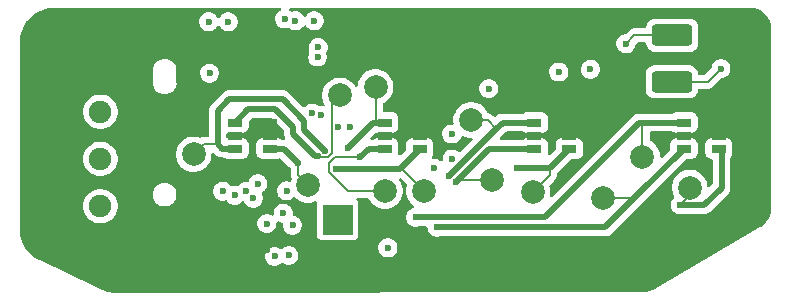
<source format=gbr>
%TF.GenerationSoftware,KiCad,Pcbnew,9.0.0*%
%TF.CreationDate,2026-02-06T13:22:11+01:00*%
%TF.ProjectId,Integrated_ACG_separate_v2,496e7465-6772-4617-9465-645f4143475f,rev?*%
%TF.SameCoordinates,Original*%
%TF.FileFunction,Copper,L1,Top*%
%TF.FilePolarity,Positive*%
%FSLAX46Y46*%
G04 Gerber Fmt 4.6, Leading zero omitted, Abs format (unit mm)*
G04 Created by KiCad (PCBNEW 9.0.0) date 2026-02-06 13:22:11*
%MOMM*%
%LPD*%
G01*
G04 APERTURE LIST*
G04 Aperture macros list*
%AMRoundRect*
0 Rectangle with rounded corners*
0 $1 Rounding radius*
0 $2 $3 $4 $5 $6 $7 $8 $9 X,Y pos of 4 corners*
0 Add a 4 corners polygon primitive as box body*
4,1,4,$2,$3,$4,$5,$6,$7,$8,$9,$2,$3,0*
0 Add four circle primitives for the rounded corners*
1,1,$1+$1,$2,$3*
1,1,$1+$1,$4,$5*
1,1,$1+$1,$6,$7*
1,1,$1+$1,$8,$9*
0 Add four rect primitives between the rounded corners*
20,1,$1+$1,$2,$3,$4,$5,0*
20,1,$1+$1,$4,$5,$6,$7,0*
20,1,$1+$1,$6,$7,$8,$9,0*
20,1,$1+$1,$8,$9,$2,$3,0*%
G04 Aperture macros list end*
%TA.AperFunction,HeatsinkPad*%
%ADD10C,0.500000*%
%TD*%
%TA.AperFunction,HeatsinkPad*%
%ADD11R,2.500000X2.500000*%
%TD*%
%TA.AperFunction,SMDPad,CuDef*%
%ADD12RoundRect,0.250000X-1.450000X-0.650000X1.450000X-0.650000X1.450000X0.650000X-1.450000X0.650000X0*%
%TD*%
%TA.AperFunction,SMDPad,CuDef*%
%ADD13C,2.000000*%
%TD*%
%TA.AperFunction,SMDPad,CuDef*%
%ADD14R,1.295400X0.711200*%
%TD*%
%TA.AperFunction,ComponentPad*%
%ADD15C,1.905000*%
%TD*%
%TA.AperFunction,ViaPad*%
%ADD16C,0.600000*%
%TD*%
%TA.AperFunction,Conductor*%
%ADD17C,0.200000*%
%TD*%
%TA.AperFunction,Conductor*%
%ADD18C,0.500000*%
%TD*%
G04 APERTURE END LIST*
D10*
%TO.P,U1,33,PowerPAD*%
%TO.N,GND*%
X226600000Y-150812500D03*
X227600000Y-150812500D03*
X228600000Y-150812500D03*
X226600000Y-149812500D03*
D11*
X227600000Y-149812500D03*
D10*
X227600000Y-149812500D03*
X228600000Y-149812500D03*
X226600000Y-148812500D03*
X227600000Y-148812500D03*
X228600000Y-148812500D03*
%TD*%
D12*
%TO.P,BTN,1*%
%TO.N,Net-(IC1-(PTCXY{slash}AIN1)_PD7)*%
X255930000Y-134210000D03*
%TD*%
D13*
%TO.P,TP8,1,1*%
%TO.N,/LED_Driver/B2*%
X240700000Y-146500000D03*
%TD*%
%TO.P,TP9,1,1*%
%TO.N,/LED_Driver/R2*%
X244100000Y-147500000D03*
%TD*%
%TO.P,TP7,1,1*%
%TO.N,/LED_Driver/G2*%
X238900000Y-141400000D03*
%TD*%
%TO.P,TP3,1,1*%
%TO.N,/LED_Driver/R0*%
X225100000Y-146900000D03*
%TD*%
D12*
%TO.P,GND,1*%
%TO.N,GND*%
X255890000Y-138150000D03*
%TD*%
D13*
%TO.P,TP4,1,1*%
%TO.N,/LED_Driver/G1*%
X230800000Y-138600000D03*
%TD*%
%TO.P,TP6,1,1*%
%TO.N,/LED_Driver/R1*%
X234900000Y-147400000D03*
%TD*%
%TO.P,TP5,1,1*%
%TO.N,/LED_Driver/B1*%
X231600000Y-147400000D03*
%TD*%
%TO.P,TP12,1,1*%
%TO.N,/LED_Driver/R3*%
X257400000Y-147100000D03*
%TD*%
%TO.P,TP11,1,1*%
%TO.N,/LED_Driver/B3*%
X250100000Y-148000000D03*
%TD*%
%TO.P,TP10,1,1*%
%TO.N,/LED_Driver/G3*%
X253400000Y-144500000D03*
%TD*%
%TO.P,TP1,1,1*%
%TO.N,/LED_Driver/G0*%
X227800000Y-139300000D03*
%TD*%
%TO.P,TP2,1,1*%
%TO.N,/LED_Driver/B0*%
X215400000Y-144300000D03*
%TD*%
D14*
%TO.P,L4,1,C1*%
%TO.N,/LED_Driver/G3*%
X256914999Y-141600000D03*
%TO.P,L4,2,A3*%
%TO.N,+12V*%
X256914999Y-142700000D03*
%TO.P,L4,3,C3*%
%TO.N,/LED_Driver/B3*%
X256914999Y-143800000D03*
%TO.P,L4,4,C2*%
%TO.N,/LED_Driver/R3*%
X259865001Y-143800000D03*
%TO.P,L4,5,A2*%
%TO.N,+12V*%
X259865001Y-142700000D03*
%TO.P,L4,6,A1*%
X259865001Y-141600000D03*
%TD*%
%TO.P,L3,1,C1*%
%TO.N,/LED_Driver/G2*%
X244254999Y-141600000D03*
%TO.P,L3,2,A3*%
%TO.N,+12V*%
X244254999Y-142700000D03*
%TO.P,L3,3,C3*%
%TO.N,/LED_Driver/B2*%
X244254999Y-143800000D03*
%TO.P,L3,4,C2*%
%TO.N,/LED_Driver/R2*%
X247205001Y-143800000D03*
%TO.P,L3,5,A2*%
%TO.N,+12V*%
X247205001Y-142700000D03*
%TO.P,L3,6,A1*%
X247205001Y-141600000D03*
%TD*%
%TO.P,L2,1,C1*%
%TO.N,/LED_Driver/G1*%
X231584999Y-141600000D03*
%TO.P,L2,2,A3*%
%TO.N,+12V*%
X231584999Y-142700000D03*
%TO.P,L2,3,C3*%
%TO.N,/LED_Driver/B1*%
X231584999Y-143800000D03*
%TO.P,L2,4,C2*%
%TO.N,/LED_Driver/R1*%
X234535001Y-143800000D03*
%TO.P,L2,5,A2*%
%TO.N,+12V*%
X234535001Y-142700000D03*
%TO.P,L2,6,A1*%
X234535001Y-141600000D03*
%TD*%
%TO.P,L1,1,C1*%
%TO.N,/LED_Driver/G0*%
X218899998Y-141600000D03*
%TO.P,L1,2,A3*%
%TO.N,+12V*%
X218899998Y-142700000D03*
%TO.P,L1,3,C3*%
%TO.N,/LED_Driver/B0*%
X218899998Y-143800000D03*
%TO.P,L1,4,C2*%
%TO.N,/LED_Driver/R0*%
X221850000Y-143800000D03*
%TO.P,L1,5,A2*%
%TO.N,+12V*%
X221850000Y-142700000D03*
%TO.P,L1,6,A1*%
X221850000Y-141600000D03*
%TD*%
D15*
%TO.P,J1,1,Pin_1*%
%TO.N,GND*%
X207510005Y-148679893D03*
%TO.P,J1,2,Pin_2*%
%TO.N,/uController/LIN*%
X207510005Y-144679893D03*
%TO.P,J1,3,Pin_3*%
%TO.N,unconnected-(J1-Pin_3-Pad3)*%
X207510005Y-140679893D03*
%TO.P,J1,4,Pin_4*%
%TO.N,+12V*%
X207510005Y-136679893D03*
%TD*%
D16*
%TO.N,+12V*%
X217575000Y-154250000D03*
%TO.N,+5V*%
X231850000Y-152210000D03*
X216675000Y-133080000D03*
X216750000Y-137410000D03*
X220440000Y-148000000D03*
X223770000Y-150290000D03*
X225898909Y-136048909D03*
X246310000Y-137320000D03*
%TO.N,GND*%
X223460000Y-152845000D03*
X260050000Y-137030000D03*
%TO.N,/uController/RST*%
X218325000Y-133080000D03*
X249000000Y-137090000D03*
%TO.N,/uController/MOSI*%
X227660000Y-141980000D03*
X223270000Y-147380000D03*
X237260000Y-142570000D03*
%TO.N,/LED_Driver/LAT*%
X221600000Y-150150000D03*
X226180000Y-140980000D03*
%TO.N,/uController/RSTN*%
X219820000Y-147430000D03*
X225610000Y-132980000D03*
%TO.N,/uController/TX*%
X218890000Y-147760000D03*
X224020000Y-132990000D03*
%TO.N,/LED_Driver/BLANK*%
X222980000Y-149270000D03*
X225453686Y-140793000D03*
%TO.N,/uController/SCK*%
X240400000Y-138730000D03*
X220840000Y-146780000D03*
%TO.N,/uController/EN*%
X222259000Y-152931000D03*
X225940000Y-135230000D03*
%TO.N,/uController/MISO*%
X228620000Y-142000000D03*
X237280000Y-144690000D03*
%TO.N,/uController/RX*%
X217870000Y-147410000D03*
X223110000Y-132830000D03*
%TO.N,+12V*%
X221600000Y-152380000D03*
%TO.N,/LED_Driver/R0*%
X224250000Y-145040000D03*
%TO.N,/LED_Driver/B0*%
X226527528Y-143979254D03*
%TO.N,/LED_Driver/G0*%
X225900000Y-144390000D03*
%TO.N,/LED_Driver/R1*%
X227450000Y-145570000D03*
%TO.N,/LED_Driver/G1*%
X228440000Y-143740000D03*
%TO.N,/LED_Driver/B1*%
X229520000Y-144510000D03*
%TO.N,/LED_Driver/B2*%
X237570768Y-146650000D03*
%TO.N,/LED_Driver/G2*%
X237050000Y-146100000D03*
%TO.N,/LED_Driver/R2*%
X242777329Y-145450000D03*
X235750000Y-145470000D03*
%TO.N,/LED_Driver/R3*%
X256600000Y-148562500D03*
%TO.N,/LED_Driver/G3*%
X234210000Y-149620000D03*
%TO.N,/LED_Driver/B3*%
X236020000Y-150470000D03*
%TO.N,Net-(IC1-(PTCXY{slash}AIN1)_PD7)*%
X252000000Y-134926648D03*
%TD*%
D17*
%TO.N,GND*%
X255890000Y-138150000D02*
X258930000Y-138150000D01*
X258930000Y-138150000D02*
X260050000Y-137030000D01*
%TO.N,/LED_Driver/R0*%
X225100000Y-146900000D02*
X224250000Y-146050000D01*
D18*
X223010000Y-143800000D02*
X224250000Y-145040000D01*
D17*
X224250000Y-146050000D02*
X224250000Y-145040000D01*
D18*
X221850000Y-143800000D02*
X223010000Y-143800000D01*
D17*
%TO.N,/LED_Driver/B0*%
X216280000Y-143420000D02*
X217420000Y-143420000D01*
D18*
X222930000Y-139610000D02*
X218430000Y-139610000D01*
X224752654Y-141432654D02*
X222930000Y-139610000D01*
X226527528Y-143979254D02*
X224752654Y-142204380D01*
X218430000Y-139610000D02*
X217420000Y-140620000D01*
X217420000Y-143420000D02*
X217800000Y-143800000D01*
X217800000Y-143800000D02*
X218899998Y-143800000D01*
D17*
X215400000Y-144300000D02*
X216280000Y-143420000D01*
D18*
X224752654Y-142204380D02*
X224752654Y-141432654D01*
X217420000Y-140620000D02*
X217420000Y-143420000D01*
%TO.N,/LED_Driver/G0*%
X222310000Y-140460000D02*
X220039998Y-140460000D01*
X220039998Y-140460000D02*
X218899998Y-141600000D01*
X223840000Y-141990000D02*
X222310000Y-140460000D01*
X225900000Y-144390000D02*
X225700000Y-144390000D01*
D17*
X226755760Y-144530254D02*
X227109000Y-144177014D01*
X227109000Y-144177014D02*
X227109000Y-139991000D01*
X225900000Y-144390000D02*
X226040254Y-144530254D01*
D18*
X225700000Y-144390000D02*
X223840000Y-142530000D01*
D17*
X226040254Y-144530254D02*
X226755760Y-144530254D01*
D18*
X223840000Y-142530000D02*
X223840000Y-141990000D01*
D17*
X227109000Y-139991000D02*
X227800000Y-139300000D01*
D18*
%TO.N,/LED_Driver/R1*%
X234535001Y-143800000D02*
X232917501Y-145417501D01*
X232917501Y-145417501D02*
X232765001Y-145570000D01*
D17*
X234900000Y-147400000D02*
X232917501Y-145417501D01*
D18*
X232765001Y-145570000D02*
X227450000Y-145570000D01*
D17*
%TO.N,/LED_Driver/G1*%
X230800000Y-141380000D02*
X230580000Y-141600000D01*
D18*
X231584999Y-141600000D02*
X230580000Y-141600000D01*
D17*
X230800000Y-138600000D02*
X230800000Y-141380000D01*
D18*
X230580000Y-141600000D02*
X228440000Y-143740000D01*
D17*
%TO.N,/LED_Driver/B1*%
X231600000Y-147400000D02*
X228459000Y-147400000D01*
X226829381Y-145770381D02*
X226829381Y-145027851D01*
X227347232Y-144510000D02*
X229520000Y-144510000D01*
X228459000Y-147400000D02*
X226829381Y-145770381D01*
D18*
X231584999Y-143800000D02*
X230230000Y-143800000D01*
X230230000Y-143800000D02*
X229520000Y-144510000D01*
D17*
X226829381Y-145027851D02*
X227347232Y-144510000D01*
D18*
%TO.N,/LED_Driver/B2*%
X240420768Y-143800000D02*
X244254999Y-143800000D01*
D17*
X237720768Y-146500000D02*
X237570768Y-146650000D01*
X240700000Y-146500000D02*
X237720768Y-146500000D01*
D18*
X237570768Y-146650000D02*
X240420768Y-143800000D01*
%TO.N,/LED_Driver/G2*%
X241025000Y-142125000D02*
X237050000Y-146100000D01*
D17*
X238900000Y-141400000D02*
X240300000Y-141400000D01*
X240300000Y-141400000D02*
X241025000Y-142125000D01*
D18*
X241550000Y-141600000D02*
X241025000Y-142125000D01*
X244254999Y-141600000D02*
X241550000Y-141600000D01*
D17*
%TO.N,/LED_Driver/R2*%
X244100000Y-147500000D02*
X245555001Y-146044999D01*
D18*
X242777329Y-145450000D02*
X245555001Y-145450000D01*
D17*
X245555001Y-146044999D02*
X245555001Y-145450000D01*
D18*
X245555001Y-145450000D02*
X247205001Y-143800000D01*
%TO.N,/LED_Driver/R3*%
X260100000Y-144034999D02*
X259865001Y-143800000D01*
X260100000Y-147110000D02*
X260100000Y-144034999D01*
X256600000Y-148562500D02*
X258647500Y-148562500D01*
D17*
X257400000Y-147762500D02*
X257400000Y-147100000D01*
D18*
X258647500Y-148562500D02*
X260100000Y-147110000D01*
D17*
X256600000Y-148562500D02*
X257400000Y-147762500D01*
D18*
%TO.N,/LED_Driver/G3*%
X253140000Y-141600000D02*
X256914999Y-141600000D01*
D17*
X253400000Y-144500000D02*
X253400000Y-141860000D01*
X253400000Y-141860000D02*
X253140000Y-141600000D01*
D18*
X245120000Y-149620000D02*
X253140000Y-141600000D01*
X234210000Y-149620000D02*
X245120000Y-149620000D01*
D17*
%TO.N,/LED_Driver/B3*%
X250100000Y-148000000D02*
X252715000Y-148000000D01*
X252715000Y-148000000D02*
X252957500Y-147757500D01*
D18*
X250244999Y-150470000D02*
X252957500Y-147757500D01*
X252957500Y-147757500D02*
X256914999Y-143800000D01*
X236020000Y-150470000D02*
X250244999Y-150470000D01*
D17*
%TO.N,Net-(IC1-(PTCXY{slash}AIN1)_PD7)*%
X252716648Y-134210000D02*
X252000000Y-134926648D01*
X255930000Y-134210000D02*
X252716648Y-134210000D01*
%TD*%
%TA.AperFunction,Conductor*%
%TO.N,+12V*%
G36*
X262516064Y-131880944D02*
G01*
X262848923Y-131913727D01*
X262872748Y-131918466D01*
X263186963Y-132013780D01*
X263209418Y-132023081D01*
X263498998Y-132177862D01*
X263519198Y-132191359D01*
X263699643Y-132339443D01*
X263773019Y-132399660D01*
X263790207Y-132416848D01*
X263998509Y-132670656D01*
X264012013Y-132690866D01*
X264024923Y-132715018D01*
X264166797Y-132980435D01*
X264176100Y-133002892D01*
X264271421Y-133317096D01*
X264276164Y-133340937D01*
X264308903Y-133673254D01*
X264309500Y-133685411D01*
X264309500Y-148886828D01*
X264309028Y-148897639D01*
X264283099Y-149193918D01*
X264279345Y-149215203D01*
X264203770Y-149497227D01*
X264196377Y-149517538D01*
X264072976Y-149782155D01*
X264062168Y-149800874D01*
X263894690Y-150040044D01*
X263880796Y-150056601D01*
X263674337Y-150263051D01*
X263657779Y-150276944D01*
X263413751Y-150447806D01*
X263404636Y-150453614D01*
X263395343Y-150458980D01*
X263395334Y-150458985D01*
X263363205Y-150477532D01*
X263363206Y-150477533D01*
X254255778Y-155735568D01*
X254246180Y-155740564D01*
X253976639Y-155866242D01*
X253956330Y-155873633D01*
X253674305Y-155949198D01*
X253653022Y-155952951D01*
X253356671Y-155978883D01*
X253345920Y-155979355D01*
X253345725Y-155979355D01*
X253297627Y-155979356D01*
X253297588Y-155979377D01*
X253281562Y-155979385D01*
X253281561Y-155979384D01*
X253281559Y-155979385D01*
X208707952Y-155999150D01*
X208683857Y-155996620D01*
X208637839Y-155999016D01*
X208631449Y-155999184D01*
X208624948Y-155999187D01*
X208620187Y-155999098D01*
X208384861Y-155990164D01*
X208362756Y-155987320D01*
X208134676Y-155936815D01*
X208113438Y-155930061D01*
X207896888Y-155839042D01*
X207892537Y-155837114D01*
X207886096Y-155834111D01*
X207880367Y-155831258D01*
X207839668Y-155809659D01*
X207816778Y-155801788D01*
X207674769Y-155735568D01*
X207000767Y-155421274D01*
X202365615Y-153259859D01*
X202365615Y-153259860D01*
X202365611Y-153259858D01*
X202352722Y-153253848D01*
X202352718Y-153253846D01*
X202320895Y-153239006D01*
X202313080Y-153235019D01*
X201977879Y-153048744D01*
X201963175Y-153039150D01*
X201959534Y-153036388D01*
X201714597Y-152850560D01*
X201681714Y-152825612D01*
X221458500Y-152825612D01*
X221458500Y-153036388D01*
X221490010Y-153153984D01*
X221513054Y-153239984D01*
X221524530Y-153259860D01*
X221618441Y-153422518D01*
X221767482Y-153571559D01*
X221895551Y-153645500D01*
X221950015Y-153676945D01*
X221950016Y-153676945D01*
X221950019Y-153676947D01*
X222153612Y-153731500D01*
X222153615Y-153731500D01*
X222364385Y-153731500D01*
X222364388Y-153731500D01*
X222567981Y-153676947D01*
X222750518Y-153571559D01*
X222817540Y-153504537D01*
X222905221Y-153468218D01*
X222967221Y-153484831D01*
X223151015Y-153590945D01*
X223151016Y-153590945D01*
X223151019Y-153590947D01*
X223354612Y-153645500D01*
X223354615Y-153645500D01*
X223565385Y-153645500D01*
X223565388Y-153645500D01*
X223768981Y-153590947D01*
X223951518Y-153485559D01*
X224100559Y-153336518D01*
X224205947Y-153153981D01*
X224260500Y-152950388D01*
X224260500Y-152739612D01*
X224205947Y-152536019D01*
X224100559Y-152353482D01*
X223951518Y-152204441D01*
X223823449Y-152130500D01*
X223778611Y-152104612D01*
X231049500Y-152104612D01*
X231049500Y-152315388D01*
X231082752Y-152439485D01*
X231104054Y-152518984D01*
X231163540Y-152622015D01*
X231209441Y-152701518D01*
X231358482Y-152850559D01*
X231472300Y-152916272D01*
X231541015Y-152955945D01*
X231541016Y-152955945D01*
X231541019Y-152955947D01*
X231744612Y-153010500D01*
X231744615Y-153010500D01*
X231955385Y-153010500D01*
X231955388Y-153010500D01*
X232158981Y-152955947D01*
X232341518Y-152850559D01*
X232490559Y-152701518D01*
X232595947Y-152518981D01*
X232650500Y-152315388D01*
X232650500Y-152104612D01*
X232595947Y-151901019D01*
X232490559Y-151718482D01*
X232341518Y-151569441D01*
X232280063Y-151533960D01*
X232158984Y-151464054D01*
X232158985Y-151464054D01*
X232142289Y-151459580D01*
X231955388Y-151409500D01*
X231744612Y-151409500D01*
X231557710Y-151459580D01*
X231541015Y-151464054D01*
X231358485Y-151569439D01*
X231358479Y-151569443D01*
X231209443Y-151718479D01*
X231209439Y-151718485D01*
X231104054Y-151901015D01*
X231104053Y-151901019D01*
X231049500Y-152104612D01*
X223778611Y-152104612D01*
X223768984Y-152099054D01*
X223768985Y-152099054D01*
X223752289Y-152094580D01*
X223565388Y-152044500D01*
X223354612Y-152044500D01*
X223167710Y-152094580D01*
X223151015Y-152099054D01*
X222968485Y-152204439D01*
X222968478Y-152204444D01*
X222901458Y-152271463D01*
X222813776Y-152307781D01*
X222751778Y-152291168D01*
X222567984Y-152185054D01*
X222567985Y-152185054D01*
X222551289Y-152180580D01*
X222364388Y-152130500D01*
X222153612Y-152130500D01*
X221966710Y-152180580D01*
X221950015Y-152185054D01*
X221767485Y-152290439D01*
X221767479Y-152290443D01*
X221618443Y-152439479D01*
X221618439Y-152439485D01*
X221513054Y-152622015D01*
X221513053Y-152622019D01*
X221458500Y-152825612D01*
X201681714Y-152825612D01*
X201661191Y-152810042D01*
X201647981Y-152798458D01*
X201507389Y-152656327D01*
X201381407Y-152528966D01*
X201369969Y-152515632D01*
X201144158Y-152211166D01*
X201134721Y-152196354D01*
X200954205Y-151863023D01*
X200946966Y-151847046D01*
X200815371Y-151491538D01*
X200810457Y-151474677D01*
X200808163Y-151464054D01*
X200730432Y-151104149D01*
X200727952Y-151086781D01*
X200700810Y-150704583D01*
X200700500Y-150695940D01*
X200700501Y-150646156D01*
X200700464Y-150646091D01*
X200700453Y-150629878D01*
X200700461Y-150629857D01*
X200700453Y-150629792D01*
X200700453Y-148536780D01*
X206057005Y-148536780D01*
X206057005Y-148823005D01*
X206112841Y-149103709D01*
X206112843Y-149103717D01*
X206222371Y-149368143D01*
X206222376Y-149368152D01*
X206381386Y-149606125D01*
X206381389Y-149606129D01*
X206583768Y-149808508D01*
X206583772Y-149808511D01*
X206821745Y-149967521D01*
X206821751Y-149967524D01*
X206821752Y-149967525D01*
X207086181Y-150077055D01*
X207347693Y-150129073D01*
X207366892Y-150132892D01*
X207366895Y-150132893D01*
X207366897Y-150132893D01*
X207653115Y-150132893D01*
X207653116Y-150132892D01*
X207933829Y-150077055D01*
X208012153Y-150044612D01*
X220799500Y-150044612D01*
X220799500Y-150255388D01*
X220852615Y-150453614D01*
X220854053Y-150458980D01*
X220854054Y-150458984D01*
X220921259Y-150575385D01*
X220959441Y-150641518D01*
X221108482Y-150790559D01*
X221236787Y-150864636D01*
X221291015Y-150895945D01*
X221291016Y-150895945D01*
X221291019Y-150895947D01*
X221494612Y-150950500D01*
X221494615Y-150950500D01*
X221705385Y-150950500D01*
X221705388Y-150950500D01*
X221908981Y-150895947D01*
X222091518Y-150790559D01*
X222240559Y-150641518D01*
X222345947Y-150458981D01*
X222400500Y-150255388D01*
X222400500Y-150074537D01*
X222436819Y-149986856D01*
X222524500Y-149950537D01*
X222586500Y-149967150D01*
X222671015Y-150015945D01*
X222671016Y-150015945D01*
X222671019Y-150015947D01*
X222874612Y-150070500D01*
X222874616Y-150070500D01*
X222877594Y-150071298D01*
X222952887Y-150129073D01*
X222969500Y-150191073D01*
X222969500Y-150395388D01*
X223017731Y-150575388D01*
X223024054Y-150598984D01*
X223083335Y-150701660D01*
X223129441Y-150781518D01*
X223278482Y-150930559D01*
X223406787Y-151004636D01*
X223461015Y-151035945D01*
X223461016Y-151035945D01*
X223461019Y-151035947D01*
X223664612Y-151090500D01*
X223664615Y-151090500D01*
X223875385Y-151090500D01*
X223875388Y-151090500D01*
X224078981Y-151035947D01*
X224261518Y-150930559D01*
X224410559Y-150781518D01*
X224515947Y-150598981D01*
X224570500Y-150395388D01*
X224570500Y-150184612D01*
X224515947Y-149981019D01*
X224410559Y-149798482D01*
X224261518Y-149649441D01*
X224186500Y-149606129D01*
X224078984Y-149544054D01*
X224078985Y-149544054D01*
X223872406Y-149488701D01*
X223797113Y-149430926D01*
X223780500Y-149368926D01*
X223780500Y-149164614D01*
X223780500Y-149164612D01*
X223725947Y-148961019D01*
X223723345Y-148956513D01*
X223683113Y-148886828D01*
X223620559Y-148778482D01*
X223471518Y-148629441D01*
X223417286Y-148598130D01*
X223288984Y-148524054D01*
X223288985Y-148524054D01*
X223272289Y-148519580D01*
X223085388Y-148469500D01*
X222874612Y-148469500D01*
X222687710Y-148519580D01*
X222671015Y-148524054D01*
X222488485Y-148629439D01*
X222488479Y-148629443D01*
X222339443Y-148778479D01*
X222339439Y-148778485D01*
X222234054Y-148961015D01*
X222234053Y-148961019D01*
X222179500Y-149164612D01*
X222179500Y-149164614D01*
X222179500Y-149345462D01*
X222143181Y-149433143D01*
X222055500Y-149469462D01*
X221993500Y-149452849D01*
X221908984Y-149404054D01*
X221908985Y-149404054D01*
X221892289Y-149399580D01*
X221705388Y-149349500D01*
X221494612Y-149349500D01*
X221307710Y-149399580D01*
X221291015Y-149404054D01*
X221108485Y-149509439D01*
X221108479Y-149509443D01*
X220959443Y-149658479D01*
X220959439Y-149658485D01*
X220854054Y-149841015D01*
X220854053Y-149841019D01*
X220799500Y-150044612D01*
X208012153Y-150044612D01*
X208198258Y-149967525D01*
X208198819Y-149967150D01*
X208249356Y-149933383D01*
X208349656Y-149866363D01*
X208436238Y-149808511D01*
X208638623Y-149606126D01*
X208797637Y-149368146D01*
X208907167Y-149103717D01*
X208963005Y-148823001D01*
X208963005Y-148536785D01*
X208963005Y-148536782D01*
X208963004Y-148536780D01*
X208956871Y-148505947D01*
X208907167Y-148256069D01*
X208797637Y-147991640D01*
X208797636Y-147991639D01*
X208797633Y-147991633D01*
X208638623Y-147753660D01*
X208638620Y-147753656D01*
X208453246Y-147568282D01*
X211946768Y-147568282D01*
X211946768Y-147621750D01*
X211946768Y-147831718D01*
X211997367Y-148020556D01*
X212014951Y-148086179D01*
X212014952Y-148086180D01*
X212146666Y-148314317D01*
X212146668Y-148314320D01*
X212146669Y-148314321D01*
X212332947Y-148500599D01*
X212332948Y-148500600D01*
X212332950Y-148500601D01*
X212395618Y-148536782D01*
X212561090Y-148632317D01*
X212815550Y-148700500D01*
X212815553Y-148700500D01*
X213078983Y-148700500D01*
X213078986Y-148700500D01*
X213333446Y-148632317D01*
X213561589Y-148500599D01*
X213747867Y-148314321D01*
X213879585Y-148086178D01*
X213947768Y-147831718D01*
X213947768Y-147568282D01*
X213879585Y-147313822D01*
X213874268Y-147304612D01*
X217069500Y-147304612D01*
X217069500Y-147515388D01*
X217116559Y-147691013D01*
X217124054Y-147718984D01*
X217189140Y-147831715D01*
X217229441Y-147901518D01*
X217378482Y-148050559D01*
X217482729Y-148110746D01*
X217561015Y-148155945D01*
X217561016Y-148155945D01*
X217561019Y-148155947D01*
X217764612Y-148210500D01*
X217764615Y-148210500D01*
X217975384Y-148210500D01*
X217975388Y-148210500D01*
X218100311Y-148177026D01*
X218194401Y-148189413D01*
X218239788Y-148234799D01*
X218249441Y-148251518D01*
X218398482Y-148400559D01*
X218496438Y-148457114D01*
X218581015Y-148505945D01*
X218581016Y-148505945D01*
X218581019Y-148505947D01*
X218784612Y-148560500D01*
X218784615Y-148560500D01*
X218995385Y-148560500D01*
X218995388Y-148560500D01*
X219198981Y-148505947D01*
X219381518Y-148400559D01*
X219498910Y-148283166D01*
X219586588Y-148246849D01*
X219674270Y-148283167D01*
X219693976Y-148308849D01*
X219799438Y-148491514D01*
X219799440Y-148491516D01*
X219799441Y-148491518D01*
X219948482Y-148640559D01*
X220070049Y-148710746D01*
X220131015Y-148745945D01*
X220131016Y-148745945D01*
X220131019Y-148745947D01*
X220334612Y-148800500D01*
X220334615Y-148800500D01*
X220545385Y-148800500D01*
X220545388Y-148800500D01*
X220748981Y-148745947D01*
X220931518Y-148640559D01*
X221080559Y-148491518D01*
X221185947Y-148308981D01*
X221240500Y-148105388D01*
X221240500Y-147894612D01*
X221185947Y-147691019D01*
X221185945Y-147691016D01*
X221185945Y-147691014D01*
X221185944Y-147691013D01*
X221167228Y-147658596D01*
X221154839Y-147564503D01*
X221212613Y-147489209D01*
X221212613Y-147489208D01*
X221331518Y-147420559D01*
X221480559Y-147271518D01*
X221585947Y-147088981D01*
X221640500Y-146885388D01*
X221640500Y-146674612D01*
X221585947Y-146471019D01*
X221584569Y-146468633D01*
X221530242Y-146374535D01*
X221480559Y-146288482D01*
X221331518Y-146139441D01*
X221246852Y-146090559D01*
X221148984Y-146034054D01*
X221148985Y-146034054D01*
X221132289Y-146029580D01*
X220945388Y-145979500D01*
X220734612Y-145979500D01*
X220547710Y-146029580D01*
X220531015Y-146034054D01*
X220348485Y-146139439D01*
X220348479Y-146139443D01*
X220199443Y-146288479D01*
X220199439Y-146288485D01*
X220094054Y-146471015D01*
X220094051Y-146471022D01*
X220075226Y-146541276D01*
X220017450Y-146616569D01*
X219933836Y-146627581D01*
X219933444Y-146630561D01*
X219925389Y-146629500D01*
X219925388Y-146629500D01*
X219714612Y-146629500D01*
X219546253Y-146674612D01*
X219511015Y-146684054D01*
X219328485Y-146789439D01*
X219328483Y-146789440D01*
X219174592Y-146943331D01*
X219086911Y-146979649D01*
X219054818Y-146975424D01*
X219005912Y-146962320D01*
X218995388Y-146959500D01*
X218784612Y-146959500D01*
X218659690Y-146992972D01*
X218565596Y-146980584D01*
X218520210Y-146935198D01*
X218510559Y-146918482D01*
X218361520Y-146769443D01*
X218361518Y-146769441D01*
X218280995Y-146722951D01*
X218178984Y-146664054D01*
X218178985Y-146664054D01*
X218152103Y-146656851D01*
X217975388Y-146609500D01*
X217764612Y-146609500D01*
X217587897Y-146656851D01*
X217561015Y-146664054D01*
X217378485Y-146769439D01*
X217378479Y-146769443D01*
X217229443Y-146918479D01*
X217229439Y-146918485D01*
X217124054Y-147101015D01*
X217124053Y-147101019D01*
X217069500Y-147304612D01*
X213874268Y-147304612D01*
X213749775Y-147088984D01*
X213747869Y-147085682D01*
X213747865Y-147085677D01*
X213561590Y-146899402D01*
X213561585Y-146899398D01*
X213333448Y-146767684D01*
X213333447Y-146767683D01*
X213259130Y-146747770D01*
X213078986Y-146699500D01*
X212815550Y-146699500D01*
X212666497Y-146739439D01*
X212561088Y-146767683D01*
X212561087Y-146767684D01*
X212332950Y-146899398D01*
X212332945Y-146899402D01*
X212146670Y-147085677D01*
X212146666Y-147085682D01*
X212014952Y-147313819D01*
X212014951Y-147313820D01*
X211993933Y-147392261D01*
X211946768Y-147568282D01*
X208453246Y-147568282D01*
X208436241Y-147551277D01*
X208436237Y-147551274D01*
X208198264Y-147392264D01*
X208198255Y-147392259D01*
X207933829Y-147282731D01*
X207933821Y-147282729D01*
X207653116Y-147226893D01*
X207653113Y-147226893D01*
X207366897Y-147226893D01*
X207366894Y-147226893D01*
X207086188Y-147282729D01*
X207086180Y-147282731D01*
X206821754Y-147392259D01*
X206821745Y-147392264D01*
X206583772Y-147551274D01*
X206583768Y-147551277D01*
X206381389Y-147753656D01*
X206381386Y-147753660D01*
X206222376Y-147991633D01*
X206222371Y-147991642D01*
X206112843Y-148256068D01*
X206112841Y-148256076D01*
X206057005Y-148536780D01*
X200700453Y-148536780D01*
X200700453Y-144536780D01*
X206057005Y-144536780D01*
X206057005Y-144823005D01*
X206112841Y-145103709D01*
X206112843Y-145103717D01*
X206222371Y-145368143D01*
X206222376Y-145368152D01*
X206381386Y-145606125D01*
X206381389Y-145606129D01*
X206583768Y-145808508D01*
X206583772Y-145808511D01*
X206821745Y-145967521D01*
X206821754Y-145967526D01*
X206838207Y-145974341D01*
X207086181Y-146077055D01*
X207324703Y-146124500D01*
X207366892Y-146132892D01*
X207366895Y-146132893D01*
X207366897Y-146132893D01*
X207653115Y-146132893D01*
X207653116Y-146132892D01*
X207933829Y-146077055D01*
X208198258Y-145967525D01*
X208436238Y-145808511D01*
X208638623Y-145606126D01*
X208797637Y-145368146D01*
X208907167Y-145103717D01*
X208963005Y-144823001D01*
X208963005Y-144536785D01*
X208963005Y-144536782D01*
X208963004Y-144536780D01*
X208926290Y-144352209D01*
X208907167Y-144256069D01*
X208864147Y-144152209D01*
X213899500Y-144152209D01*
X213899500Y-144447790D01*
X213957162Y-144737672D01*
X213957165Y-144737684D01*
X214070270Y-145010746D01*
X214070277Y-145010759D01*
X214234485Y-145256512D01*
X214234488Y-145256516D01*
X214443483Y-145465511D01*
X214443487Y-145465514D01*
X214689240Y-145629722D01*
X214689253Y-145629729D01*
X214942161Y-145734486D01*
X214962320Y-145742836D01*
X215144032Y-145778981D01*
X215252209Y-145800499D01*
X215252212Y-145800500D01*
X215252214Y-145800500D01*
X215547788Y-145800500D01*
X215547789Y-145800499D01*
X215837680Y-145742836D01*
X216110753Y-145629726D01*
X216356513Y-145465514D01*
X216565514Y-145256513D01*
X216729726Y-145010753D01*
X216751379Y-144958479D01*
X216804827Y-144829443D01*
X216842836Y-144737680D01*
X216900500Y-144447786D01*
X216900500Y-144261229D01*
X216936819Y-144173548D01*
X217024500Y-144137229D01*
X217112181Y-144173548D01*
X217339182Y-144400549D01*
X217510317Y-144499355D01*
X217701195Y-144550500D01*
X217904818Y-144550500D01*
X217973708Y-144571398D01*
X218055828Y-144626268D01*
X218057013Y-144627060D01*
X218057016Y-144627060D01*
X218057017Y-144627061D01*
X218130009Y-144641580D01*
X218203005Y-144656100D01*
X219596990Y-144656099D01*
X219742983Y-144627060D01*
X219742984Y-144627059D01*
X219742985Y-144627059D01*
X219800635Y-144588538D01*
X219908538Y-144516440D01*
X220019158Y-144350885D01*
X220048198Y-144204893D01*
X220048197Y-143395108D01*
X220019158Y-143249115D01*
X220019157Y-143249114D01*
X220019157Y-143249112D01*
X219942567Y-143134488D01*
X219908538Y-143083560D01*
X219742983Y-142972940D01*
X219742981Y-142972939D01*
X219742978Y-142972938D01*
X219596994Y-142943900D01*
X218294500Y-142943900D01*
X218206819Y-142907581D01*
X218170500Y-142819900D01*
X218170500Y-142580099D01*
X218206819Y-142492418D01*
X218294497Y-142456099D01*
X219596990Y-142456099D01*
X219742983Y-142427060D01*
X219742984Y-142427059D01*
X219742985Y-142427059D01*
X219770764Y-142408497D01*
X219908538Y-142316440D01*
X220019158Y-142150885D01*
X220048198Y-142004893D01*
X220048197Y-141564528D01*
X220084516Y-141476848D01*
X220314546Y-141246819D01*
X220402227Y-141210500D01*
X221947771Y-141210500D01*
X222035452Y-141246819D01*
X223053181Y-142264548D01*
X223089500Y-142352229D01*
X223089500Y-142431195D01*
X223089500Y-142628805D01*
X223138820Y-142812873D01*
X223140646Y-142819685D01*
X223140647Y-142819688D01*
X223165942Y-142863499D01*
X223170167Y-142895592D01*
X223182556Y-142925500D01*
X223176143Y-142940980D01*
X223178331Y-142957592D01*
X223158625Y-142983273D01*
X223146237Y-143013181D01*
X223130756Y-143019593D01*
X223120557Y-143032886D01*
X223058556Y-143049500D01*
X222845180Y-143049500D01*
X222776290Y-143028602D01*
X222692987Y-142972941D01*
X222692980Y-142972938D01*
X222546996Y-142943900D01*
X221153010Y-142943900D01*
X221007012Y-142972940D01*
X220841460Y-143083560D01*
X220730840Y-143249115D01*
X220730838Y-143249119D01*
X220701800Y-143395102D01*
X220701800Y-144204889D01*
X220730840Y-144350887D01*
X220764024Y-144400549D01*
X220841460Y-144516440D01*
X221007015Y-144627060D01*
X221007018Y-144627060D01*
X221007019Y-144627061D01*
X221080011Y-144641580D01*
X221153007Y-144656100D01*
X222546992Y-144656099D01*
X222692985Y-144627060D01*
X222692985Y-144627059D01*
X222696965Y-144626268D01*
X222790047Y-144644783D01*
X222808837Y-144660204D01*
X223501304Y-145352671D01*
X223519354Y-145375567D01*
X223520187Y-145376927D01*
X223609441Y-145531518D01*
X223623563Y-145545640D01*
X223631231Y-145558154D01*
X223636530Y-145591629D01*
X223649500Y-145622939D01*
X223649500Y-145963330D01*
X223649499Y-145963348D01*
X223649499Y-146129054D01*
X223649498Y-146129054D01*
X223662158Y-146176301D01*
X223672781Y-146215947D01*
X223690424Y-146281788D01*
X223691528Y-146284454D01*
X223691593Y-146286154D01*
X223692527Y-146289637D01*
X223691736Y-146289848D01*
X223694850Y-146370369D01*
X223693362Y-146374928D01*
X223657164Y-146462320D01*
X223645163Y-146522649D01*
X223642871Y-146529675D01*
X223616446Y-146560536D01*
X223593876Y-146594314D01*
X223586221Y-146595836D01*
X223581145Y-146601765D01*
X223540638Y-146604902D01*
X223500794Y-146612828D01*
X223492904Y-146610988D01*
X223375388Y-146579500D01*
X223164612Y-146579500D01*
X223026270Y-146616569D01*
X222961015Y-146634054D01*
X222778485Y-146739439D01*
X222778479Y-146739443D01*
X222629443Y-146888479D01*
X222629439Y-146888485D01*
X222524054Y-147071015D01*
X222524053Y-147071019D01*
X222469500Y-147274612D01*
X222469500Y-147485388D01*
X222517764Y-147665511D01*
X222524054Y-147688984D01*
X222578952Y-147784069D01*
X222629441Y-147871518D01*
X222778482Y-148020559D01*
X222892137Y-148086178D01*
X222961015Y-148125945D01*
X222961016Y-148125945D01*
X222961019Y-148125947D01*
X223164612Y-148180500D01*
X223164615Y-148180500D01*
X223375385Y-148180500D01*
X223375388Y-148180500D01*
X223578981Y-148125947D01*
X223761518Y-148020559D01*
X223842344Y-147939733D01*
X223930025Y-147903414D01*
X224017706Y-147939733D01*
X224098529Y-148020556D01*
X224143488Y-148065515D01*
X224389240Y-148229722D01*
X224389253Y-148229729D01*
X224621039Y-148325737D01*
X224662320Y-148342836D01*
X224952209Y-148400499D01*
X224952212Y-148400500D01*
X224952214Y-148400500D01*
X225247788Y-148400500D01*
X225247789Y-148400499D01*
X225537680Y-148342836D01*
X225700102Y-148275559D01*
X225795007Y-148275559D01*
X225862115Y-148342667D01*
X225869171Y-148414311D01*
X225849500Y-148513202D01*
X225849500Y-151111789D01*
X225878540Y-151257787D01*
X225952286Y-151368155D01*
X225989160Y-151423340D01*
X226154715Y-151533960D01*
X226154718Y-151533960D01*
X226154719Y-151533961D01*
X226227711Y-151548480D01*
X226300707Y-151563000D01*
X226476526Y-151562999D01*
X226476532Y-151563000D01*
X226501195Y-151563000D01*
X226750166Y-151563000D01*
X226750168Y-151562999D01*
X227501193Y-151562999D01*
X227501195Y-151563000D01*
X227698805Y-151563000D01*
X227698807Y-151562999D01*
X228493583Y-151562999D01*
X228493599Y-151563000D01*
X228501195Y-151563000D01*
X228708795Y-151563000D01*
X228708807Y-151562999D01*
X228899290Y-151562999D01*
X228899292Y-151562999D01*
X229045285Y-151533960D01*
X229045286Y-151533959D01*
X229045287Y-151533959D01*
X229108765Y-151491544D01*
X229210840Y-151423340D01*
X229321460Y-151257785D01*
X229350500Y-151111793D01*
X229350500Y-149819500D01*
X229350500Y-149713695D01*
X229350500Y-149703706D01*
X229350499Y-149703692D01*
X229350499Y-148911308D01*
X229350500Y-148911305D01*
X229350500Y-148713695D01*
X229350499Y-148713691D01*
X229350499Y-148513208D01*
X229321460Y-148367215D01*
X229321459Y-148367214D01*
X229321459Y-148367212D01*
X229205315Y-148193391D01*
X229186800Y-148100309D01*
X229239526Y-148021398D01*
X229308417Y-148000500D01*
X230141752Y-148000500D01*
X230229433Y-148036819D01*
X230256312Y-148077046D01*
X230260095Y-148086178D01*
X230270273Y-148110752D01*
X230270277Y-148110759D01*
X230434485Y-148356512D01*
X230434488Y-148356516D01*
X230643483Y-148565511D01*
X230643487Y-148565514D01*
X230889240Y-148729722D01*
X230889253Y-148729729D01*
X231151922Y-148838529D01*
X231162320Y-148842836D01*
X231383481Y-148886828D01*
X231452209Y-148900499D01*
X231452212Y-148900500D01*
X231452214Y-148900500D01*
X231747788Y-148900500D01*
X231747789Y-148900499D01*
X232037680Y-148842836D01*
X232310753Y-148729726D01*
X232556513Y-148565514D01*
X232765514Y-148356513D01*
X232929726Y-148110753D01*
X233042836Y-147837680D01*
X233100500Y-147547786D01*
X233100500Y-147252214D01*
X233100500Y-147252211D01*
X233100499Y-147252209D01*
X233068031Y-147088984D01*
X233042836Y-146962320D01*
X233032962Y-146938482D01*
X232929729Y-146689253D01*
X232929722Y-146689240D01*
X232806878Y-146505392D01*
X232802835Y-146485069D01*
X232790215Y-146468633D01*
X232793933Y-146440316D01*
X232788363Y-146412310D01*
X232799874Y-146395081D01*
X232802573Y-146374535D01*
X232825224Y-146357142D01*
X232841089Y-146333399D01*
X232877840Y-146316739D01*
X232879369Y-146316329D01*
X232973463Y-146328687D01*
X232999178Y-146348413D01*
X233444245Y-146793480D01*
X233480564Y-146881161D01*
X233471126Y-146928612D01*
X233457164Y-146962320D01*
X233457162Y-146962327D01*
X233399500Y-147252209D01*
X233399500Y-147547790D01*
X233457162Y-147837672D01*
X233457165Y-147837684D01*
X233570270Y-148110746D01*
X233570277Y-148110759D01*
X233734485Y-148356512D01*
X233734488Y-148356516D01*
X233943486Y-148565514D01*
X234033370Y-148625572D01*
X234086096Y-148704483D01*
X234067581Y-148797565D01*
X233996574Y-148848449D01*
X233901014Y-148874054D01*
X233718485Y-148979439D01*
X233718479Y-148979443D01*
X233569443Y-149128479D01*
X233569439Y-149128485D01*
X233464054Y-149311015D01*
X233459040Y-149329726D01*
X233409500Y-149514612D01*
X233409500Y-149725388D01*
X233459117Y-149910559D01*
X233464054Y-149928984D01*
X233494097Y-149981019D01*
X233569441Y-150111518D01*
X233718482Y-150260559D01*
X233846787Y-150334636D01*
X233901015Y-150365945D01*
X233901016Y-150365945D01*
X233901019Y-150365947D01*
X234104612Y-150420500D01*
X234104615Y-150420500D01*
X234315386Y-150420500D01*
X234315388Y-150420500D01*
X234461927Y-150381234D01*
X234486222Y-150374725D01*
X234518315Y-150370500D01*
X235095500Y-150370500D01*
X235183181Y-150406819D01*
X235219500Y-150494500D01*
X235219500Y-150575388D01*
X235256560Y-150713695D01*
X235274054Y-150778984D01*
X235341582Y-150895945D01*
X235379441Y-150961518D01*
X235528482Y-151110559D01*
X235656787Y-151184636D01*
X235711015Y-151215945D01*
X235711016Y-151215945D01*
X235711019Y-151215947D01*
X235914612Y-151270500D01*
X235914615Y-151270500D01*
X236125386Y-151270500D01*
X236125388Y-151270500D01*
X236271927Y-151231234D01*
X236296222Y-151224725D01*
X236328315Y-151220500D01*
X250343802Y-151220500D01*
X250343804Y-151220500D01*
X250534681Y-151169355D01*
X250705817Y-151070549D01*
X253319255Y-148457112D01*
X255799500Y-148457112D01*
X255799500Y-148667888D01*
X255845224Y-148838531D01*
X255854054Y-148871484D01*
X255905748Y-148961019D01*
X255959441Y-149054018D01*
X256108482Y-149203059D01*
X256236787Y-149277136D01*
X256291015Y-149308445D01*
X256291016Y-149308445D01*
X256291019Y-149308447D01*
X256494612Y-149363000D01*
X256494615Y-149363000D01*
X256705386Y-149363000D01*
X256705388Y-149363000D01*
X256851927Y-149323734D01*
X256876222Y-149317225D01*
X256908315Y-149313000D01*
X258746303Y-149313000D01*
X258746305Y-149313000D01*
X258937183Y-149261855D01*
X259108318Y-149163049D01*
X260700549Y-147570818D01*
X260799355Y-147399683D01*
X260850500Y-147208805D01*
X260850500Y-147011195D01*
X260850500Y-144588538D01*
X260871398Y-144519647D01*
X260873541Y-144516440D01*
X260984161Y-144350885D01*
X261013201Y-144204893D01*
X261013200Y-143395108D01*
X260984161Y-143249115D01*
X260984160Y-143249114D01*
X260984160Y-143249112D01*
X260907570Y-143134488D01*
X260873541Y-143083560D01*
X260707986Y-142972940D01*
X260707984Y-142972939D01*
X260707981Y-142972938D01*
X260561997Y-142943900D01*
X259168011Y-142943900D01*
X259022013Y-142972940D01*
X258856461Y-143083560D01*
X258745841Y-143249115D01*
X258745839Y-143249119D01*
X258716801Y-143395102D01*
X258716801Y-144204889D01*
X258745841Y-144350887D01*
X258779025Y-144400549D01*
X258856461Y-144516440D01*
X259022016Y-144627060D01*
X259022019Y-144627060D01*
X259022020Y-144627061D01*
X259095012Y-144641580D01*
X259168008Y-144656100D01*
X259225499Y-144656099D01*
X259313180Y-144692416D01*
X259349500Y-144780097D01*
X259349500Y-146747770D01*
X259313181Y-146835451D01*
X259112181Y-147036451D01*
X259024500Y-147072770D01*
X258936819Y-147036451D01*
X258904305Y-146957958D01*
X258901097Y-146958274D01*
X258900500Y-146952219D01*
X258900500Y-146952214D01*
X258842836Y-146662320D01*
X258831128Y-146634054D01*
X258729729Y-146389253D01*
X258729722Y-146389240D01*
X258565514Y-146143487D01*
X258565511Y-146143483D01*
X258356516Y-145934488D01*
X258356512Y-145934485D01*
X258110759Y-145770277D01*
X258110746Y-145770270D01*
X257837684Y-145657165D01*
X257837672Y-145657162D01*
X257547789Y-145599500D01*
X257547786Y-145599500D01*
X257252214Y-145599500D01*
X257252211Y-145599500D01*
X256962327Y-145657162D01*
X256962315Y-145657165D01*
X256689253Y-145770270D01*
X256689240Y-145770277D01*
X256443487Y-145934485D01*
X256443483Y-145934488D01*
X256234488Y-146143483D01*
X256234485Y-146143487D01*
X256070277Y-146389240D01*
X256070270Y-146389253D01*
X255957165Y-146662315D01*
X255957162Y-146662327D01*
X255899500Y-146952209D01*
X255899500Y-147247790D01*
X255957162Y-147537672D01*
X255957165Y-147537684D01*
X256070271Y-147810748D01*
X256070273Y-147810751D01*
X256073575Y-147815693D01*
X256092092Y-147908774D01*
X256058156Y-147972265D01*
X255959444Y-148070978D01*
X255959439Y-148070985D01*
X255854054Y-148253515D01*
X255854053Y-148253519D01*
X255799500Y-148457112D01*
X253319255Y-148457112D01*
X253558049Y-148218318D01*
X253558049Y-148218317D01*
X257083947Y-144692417D01*
X257171628Y-144656099D01*
X257611989Y-144656099D01*
X257611991Y-144656099D01*
X257757984Y-144627060D01*
X257757985Y-144627059D01*
X257757986Y-144627059D01*
X257815636Y-144588538D01*
X257923539Y-144516440D01*
X258034159Y-144350885D01*
X258063199Y-144204893D01*
X258063198Y-143395108D01*
X258034159Y-143249115D01*
X258034158Y-143249114D01*
X258034158Y-143249112D01*
X257957568Y-143134488D01*
X257923539Y-143083560D01*
X257757984Y-142972940D01*
X257757982Y-142972939D01*
X257757979Y-142972938D01*
X257611995Y-142943900D01*
X256218009Y-142943900D01*
X256072011Y-142972940D01*
X255906459Y-143083560D01*
X255795839Y-143249115D01*
X255795837Y-143249119D01*
X255766799Y-143395102D01*
X255766799Y-143835470D01*
X255730480Y-143923151D01*
X255112181Y-144541450D01*
X255024500Y-144577769D01*
X254936819Y-144541450D01*
X254900500Y-144453769D01*
X254900500Y-144352211D01*
X254900499Y-144352209D01*
X254874764Y-144222830D01*
X254842836Y-144062320D01*
X254825514Y-144020500D01*
X254729729Y-143789253D01*
X254729722Y-143789240D01*
X254565514Y-143543487D01*
X254565511Y-143543483D01*
X254356513Y-143334485D01*
X254110752Y-143170273D01*
X254077046Y-143156312D01*
X254009939Y-143089203D01*
X254000500Y-143041751D01*
X254000500Y-142474500D01*
X254036819Y-142386819D01*
X254124500Y-142350500D01*
X255919819Y-142350500D01*
X255988709Y-142371398D01*
X256072011Y-142427058D01*
X256072014Y-142427060D01*
X256072017Y-142427060D01*
X256072018Y-142427061D01*
X256132311Y-142439054D01*
X256218006Y-142456100D01*
X257611991Y-142456099D01*
X257757984Y-142427060D01*
X257757985Y-142427059D01*
X257757986Y-142427059D01*
X257785765Y-142408497D01*
X257923539Y-142316440D01*
X258034159Y-142150885D01*
X258063199Y-142004893D01*
X258063198Y-141195108D01*
X258034159Y-141049115D01*
X258034158Y-141049114D01*
X258034158Y-141049112D01*
X257950894Y-140924500D01*
X257923539Y-140883560D01*
X257757984Y-140772940D01*
X257757982Y-140772939D01*
X257757979Y-140772938D01*
X257611995Y-140743900D01*
X256218009Y-140743900D01*
X256072012Y-140772940D01*
X255988709Y-140828602D01*
X255919819Y-140849500D01*
X253041195Y-140849500D01*
X252850316Y-140900645D01*
X252679182Y-140999451D01*
X252679179Y-140999453D01*
X245782689Y-147895942D01*
X245695008Y-147932261D01*
X245607327Y-147895942D01*
X245571008Y-147808261D01*
X245573391Y-147784069D01*
X245600500Y-147647788D01*
X245600500Y-147352211D01*
X245600499Y-147352209D01*
X245587975Y-147289247D01*
X245542836Y-147062320D01*
X245528874Y-147028613D01*
X245528874Y-146933707D01*
X245555751Y-146893482D01*
X245913507Y-146535727D01*
X245913512Y-146535723D01*
X245923715Y-146525519D01*
X245923717Y-146525519D01*
X246035521Y-146413715D01*
X246107824Y-146288482D01*
X246114578Y-146276784D01*
X246155501Y-146124056D01*
X246155501Y-145965942D01*
X246155501Y-145962228D01*
X246191819Y-145874548D01*
X247373949Y-144692417D01*
X247461630Y-144656099D01*
X247901991Y-144656099D01*
X247901993Y-144656099D01*
X248047986Y-144627060D01*
X248047987Y-144627059D01*
X248047988Y-144627059D01*
X248105638Y-144588538D01*
X248213541Y-144516440D01*
X248324161Y-144350885D01*
X248353201Y-144204893D01*
X248353200Y-143395108D01*
X248324161Y-143249115D01*
X248324160Y-143249114D01*
X248324160Y-143249112D01*
X248247570Y-143134488D01*
X248213541Y-143083560D01*
X248047986Y-142972940D01*
X248047984Y-142972939D01*
X248047981Y-142972938D01*
X247901997Y-142943900D01*
X246508011Y-142943900D01*
X246362013Y-142972940D01*
X246196461Y-143083560D01*
X246085841Y-143249115D01*
X246085839Y-143249119D01*
X246056801Y-143395102D01*
X246056801Y-143835470D01*
X246020482Y-143923151D01*
X245608929Y-144334704D01*
X245521248Y-144371023D01*
X245433567Y-144334704D01*
X245397248Y-144247023D01*
X245399631Y-144222830D01*
X245403199Y-144204893D01*
X245403198Y-143395108D01*
X245374159Y-143249115D01*
X245374158Y-143249114D01*
X245374158Y-143249112D01*
X245297568Y-143134488D01*
X245263539Y-143083560D01*
X245097984Y-142972940D01*
X245097982Y-142972939D01*
X245097979Y-142972938D01*
X244951995Y-142943900D01*
X243558009Y-142943900D01*
X243412012Y-142972940D01*
X243328709Y-143028602D01*
X243259819Y-143049500D01*
X241461229Y-143049500D01*
X241373548Y-143013181D01*
X241337229Y-142925500D01*
X241373548Y-142837819D01*
X241824548Y-142386819D01*
X241912229Y-142350500D01*
X243259819Y-142350500D01*
X243328709Y-142371398D01*
X243412011Y-142427058D01*
X243412014Y-142427060D01*
X243412017Y-142427060D01*
X243412018Y-142427061D01*
X243472311Y-142439054D01*
X243558006Y-142456100D01*
X244951991Y-142456099D01*
X245097984Y-142427060D01*
X245097985Y-142427059D01*
X245097986Y-142427059D01*
X245125765Y-142408497D01*
X245263539Y-142316440D01*
X245374159Y-142150885D01*
X245403199Y-142004893D01*
X245403198Y-141195108D01*
X245374159Y-141049115D01*
X245374158Y-141049114D01*
X245374158Y-141049112D01*
X245290894Y-140924500D01*
X245263539Y-140883560D01*
X245097984Y-140772940D01*
X245097982Y-140772939D01*
X245097979Y-140772938D01*
X244951995Y-140743900D01*
X243558009Y-140743900D01*
X243412012Y-140772940D01*
X243328709Y-140828602D01*
X243259819Y-140849500D01*
X241451195Y-140849500D01*
X241260315Y-140900645D01*
X241089182Y-140999451D01*
X241089179Y-140999453D01*
X241006615Y-141082018D01*
X240918934Y-141118337D01*
X240831253Y-141082018D01*
X240787590Y-141038355D01*
X240787588Y-141038352D01*
X240668717Y-140919481D01*
X240668716Y-140919480D01*
X240581904Y-140869360D01*
X240581904Y-140869359D01*
X240581900Y-140869358D01*
X240531785Y-140840423D01*
X240379057Y-140799499D01*
X240379054Y-140799499D01*
X240358248Y-140799499D01*
X240270567Y-140763180D01*
X240243687Y-140722951D01*
X240229729Y-140689253D01*
X240229722Y-140689240D01*
X240065514Y-140443487D01*
X240065511Y-140443483D01*
X239856516Y-140234488D01*
X239856512Y-140234485D01*
X239610759Y-140070277D01*
X239610746Y-140070270D01*
X239337684Y-139957165D01*
X239337672Y-139957162D01*
X239047789Y-139899500D01*
X239047786Y-139899500D01*
X238752214Y-139899500D01*
X238752211Y-139899500D01*
X238462327Y-139957162D01*
X238462315Y-139957165D01*
X238189253Y-140070270D01*
X238189240Y-140070277D01*
X237943487Y-140234485D01*
X237943483Y-140234488D01*
X237734488Y-140443483D01*
X237734485Y-140443487D01*
X237570277Y-140689240D01*
X237570270Y-140689253D01*
X237457165Y-140962315D01*
X237457162Y-140962327D01*
X237399500Y-141252209D01*
X237399500Y-141547790D01*
X237414124Y-141621309D01*
X237395609Y-141714391D01*
X237316698Y-141767117D01*
X237292507Y-141769500D01*
X237154612Y-141769500D01*
X236967710Y-141819580D01*
X236951015Y-141824054D01*
X236768485Y-141929439D01*
X236768479Y-141929443D01*
X236619443Y-142078479D01*
X236619439Y-142078485D01*
X236514054Y-142261015D01*
X236514053Y-142261019D01*
X236459500Y-142464612D01*
X236459500Y-142675388D01*
X236509081Y-142860426D01*
X236514054Y-142878984D01*
X236555267Y-142950366D01*
X236619441Y-143061518D01*
X236768482Y-143210559D01*
X236835258Y-143249112D01*
X236951015Y-143315945D01*
X236951016Y-143315945D01*
X236951019Y-143315947D01*
X237154612Y-143370500D01*
X237154615Y-143370500D01*
X237365385Y-143370500D01*
X237365388Y-143370500D01*
X237568981Y-143315947D01*
X237751518Y-143210559D01*
X237900559Y-143061518D01*
X238005947Y-142878981D01*
X238023661Y-142812871D01*
X238081435Y-142737579D01*
X238175528Y-142725191D01*
X238190878Y-142730401D01*
X238462320Y-142842836D01*
X238705033Y-142891115D01*
X238752209Y-142900499D01*
X238752212Y-142900500D01*
X238888770Y-142900500D01*
X238976451Y-142936819D01*
X239012770Y-143024500D01*
X238976451Y-143112181D01*
X237993035Y-144095596D01*
X237905354Y-144131915D01*
X237817673Y-144095596D01*
X237771520Y-144049443D01*
X237771518Y-144049441D01*
X237717286Y-144018130D01*
X237588984Y-143944054D01*
X237588985Y-143944054D01*
X237572289Y-143939580D01*
X237385388Y-143889500D01*
X237174612Y-143889500D01*
X236987710Y-143939580D01*
X236971015Y-143944054D01*
X236788485Y-144049439D01*
X236788479Y-144049443D01*
X236639443Y-144198479D01*
X236639439Y-144198485D01*
X236534054Y-144381015D01*
X236534053Y-144381019D01*
X236479500Y-144584612D01*
X236479500Y-144584614D01*
X236479500Y-144768061D01*
X236443181Y-144855742D01*
X236355500Y-144892061D01*
X236267819Y-144855742D01*
X236241520Y-144829443D01*
X236241518Y-144829441D01*
X236169427Y-144787819D01*
X236058984Y-144724054D01*
X236058985Y-144724054D01*
X236042289Y-144719580D01*
X235855388Y-144669500D01*
X235673257Y-144669500D01*
X235585576Y-144633181D01*
X235549257Y-144545500D01*
X235570155Y-144476610D01*
X235607079Y-144421348D01*
X235654161Y-144350885D01*
X235683201Y-144204893D01*
X235683200Y-143395108D01*
X235654161Y-143249115D01*
X235654160Y-143249114D01*
X235654160Y-143249112D01*
X235577570Y-143134488D01*
X235543541Y-143083560D01*
X235377986Y-142972940D01*
X235377984Y-142972939D01*
X235377981Y-142972938D01*
X235231997Y-142943900D01*
X233838011Y-142943900D01*
X233692013Y-142972940D01*
X233526461Y-143083560D01*
X233415841Y-143249115D01*
X233415839Y-143249119D01*
X233386801Y-143395102D01*
X233386801Y-143835470D01*
X233350482Y-143923151D01*
X232938929Y-144334704D01*
X232851248Y-144371023D01*
X232763567Y-144334704D01*
X232727248Y-144247023D01*
X232729631Y-144222830D01*
X232733199Y-144204893D01*
X232733198Y-143395108D01*
X232704159Y-143249115D01*
X232704158Y-143249114D01*
X232704158Y-143249112D01*
X232627568Y-143134488D01*
X232593539Y-143083560D01*
X232427984Y-142972940D01*
X232427982Y-142972939D01*
X232427979Y-142972938D01*
X232281995Y-142943900D01*
X230888009Y-142943900D01*
X230742012Y-142972940D01*
X230658709Y-143028602D01*
X230589819Y-143049500D01*
X230491229Y-143049500D01*
X230403548Y-143013181D01*
X230367229Y-142925500D01*
X230403548Y-142837819D01*
X230489267Y-142752099D01*
X230755445Y-142485920D01*
X230843125Y-142449602D01*
X230867317Y-142451985D01*
X230877558Y-142454021D01*
X230888006Y-142456100D01*
X232281991Y-142456099D01*
X232427984Y-142427060D01*
X232427985Y-142427059D01*
X232427986Y-142427059D01*
X232455765Y-142408497D01*
X232593539Y-142316440D01*
X232704159Y-142150885D01*
X232733199Y-142004893D01*
X232733198Y-141195108D01*
X232704159Y-141049115D01*
X232704158Y-141049114D01*
X232704158Y-141049112D01*
X232620894Y-140924500D01*
X232593539Y-140883560D01*
X232427984Y-140772940D01*
X232427982Y-140772939D01*
X232427979Y-140772938D01*
X232281995Y-140743900D01*
X232281992Y-140743900D01*
X231524500Y-140743900D01*
X231436819Y-140707581D01*
X231400500Y-140619900D01*
X231400500Y-140058248D01*
X231436819Y-139970567D01*
X231477046Y-139943687D01*
X231510753Y-139929726D01*
X231756513Y-139765514D01*
X231965514Y-139556513D01*
X232129726Y-139310753D01*
X232242836Y-139037680D01*
X232300500Y-138747786D01*
X232300500Y-138624612D01*
X239599500Y-138624612D01*
X239599500Y-138835388D01*
X239654053Y-139038981D01*
X239654054Y-139038984D01*
X239709079Y-139134289D01*
X239759441Y-139221518D01*
X239908482Y-139370559D01*
X239950928Y-139395065D01*
X240091015Y-139475945D01*
X240091016Y-139475945D01*
X240091019Y-139475947D01*
X240294612Y-139530500D01*
X240294615Y-139530500D01*
X240505385Y-139530500D01*
X240505388Y-139530500D01*
X240708981Y-139475947D01*
X240891518Y-139370559D01*
X241040559Y-139221518D01*
X241145947Y-139038981D01*
X241200500Y-138835388D01*
X241200500Y-138624612D01*
X241145947Y-138421019D01*
X241040559Y-138238482D01*
X240891518Y-138089441D01*
X240824167Y-138050556D01*
X240708984Y-137984054D01*
X240708985Y-137984054D01*
X240692289Y-137979580D01*
X240505388Y-137929500D01*
X240294612Y-137929500D01*
X240107710Y-137979580D01*
X240091015Y-137984054D01*
X239908485Y-138089439D01*
X239908479Y-138089443D01*
X239759443Y-138238479D01*
X239759439Y-138238485D01*
X239654054Y-138421015D01*
X239654053Y-138421019D01*
X239599500Y-138624612D01*
X232300500Y-138624612D01*
X232300500Y-138452214D01*
X232300500Y-138452211D01*
X232300499Y-138452209D01*
X232277573Y-138336955D01*
X232242836Y-138162320D01*
X232238161Y-138151033D01*
X232129729Y-137889253D01*
X232129722Y-137889240D01*
X231965514Y-137643487D01*
X231965511Y-137643483D01*
X231756516Y-137434488D01*
X231756512Y-137434485D01*
X231569590Y-137309587D01*
X231510759Y-137270277D01*
X231510746Y-137270270D01*
X231376375Y-137214612D01*
X245509500Y-137214612D01*
X245509500Y-137425388D01*
X245551336Y-137581520D01*
X245564054Y-137628984D01*
X245616016Y-137718984D01*
X245669441Y-137811518D01*
X245818482Y-137960559D01*
X245946787Y-138034636D01*
X246001015Y-138065945D01*
X246001016Y-138065945D01*
X246001019Y-138065947D01*
X246204612Y-138120500D01*
X246204615Y-138120500D01*
X246415385Y-138120500D01*
X246415388Y-138120500D01*
X246618981Y-138065947D01*
X246801518Y-137960559D01*
X246950559Y-137811518D01*
X247055947Y-137628981D01*
X247110500Y-137425388D01*
X247110500Y-137214612D01*
X247055947Y-137011019D01*
X247040700Y-136984612D01*
X248199500Y-136984612D01*
X248199500Y-137195388D01*
X248230100Y-137309587D01*
X248254054Y-137398984D01*
X248321259Y-137515385D01*
X248359441Y-137581518D01*
X248508482Y-137730559D01*
X248627891Y-137799500D01*
X248691015Y-137835945D01*
X248691016Y-137835945D01*
X248691019Y-137835947D01*
X248894612Y-137890500D01*
X248894615Y-137890500D01*
X249105385Y-137890500D01*
X249105388Y-137890500D01*
X249308981Y-137835947D01*
X249491518Y-137730559D01*
X249640559Y-137581518D01*
X249728744Y-137428777D01*
X253689500Y-137428777D01*
X253689500Y-138871222D01*
X253710754Y-139017104D01*
X253820762Y-139242130D01*
X253997869Y-139419237D01*
X253997870Y-139419237D01*
X253997872Y-139419239D01*
X254222894Y-139529245D01*
X254295836Y-139539872D01*
X254368777Y-139550500D01*
X254368778Y-139550500D01*
X257411223Y-139550500D01*
X257459850Y-139543415D01*
X257557106Y-139529245D01*
X257782128Y-139419239D01*
X257959239Y-139242128D01*
X258069245Y-139017106D01*
X258090500Y-138871222D01*
X258090500Y-138871221D01*
X258090825Y-138866742D01*
X258093629Y-138866945D01*
X258126819Y-138786819D01*
X258214500Y-138750500D01*
X258843331Y-138750500D01*
X258843347Y-138750501D01*
X258850943Y-138750501D01*
X259009054Y-138750501D01*
X259009057Y-138750501D01*
X259161785Y-138709577D01*
X259211904Y-138680639D01*
X259298716Y-138630520D01*
X259410520Y-138518716D01*
X259410520Y-138518714D01*
X259420728Y-138508507D01*
X259420729Y-138508504D01*
X260062416Y-137866819D01*
X260147338Y-137831642D01*
X260147328Y-137831561D01*
X260147632Y-137831520D01*
X260150097Y-137830500D01*
X260155385Y-137830500D01*
X260155388Y-137830500D01*
X260358981Y-137775947D01*
X260541518Y-137670559D01*
X260690559Y-137521518D01*
X260795947Y-137338981D01*
X260850500Y-137135388D01*
X260850500Y-136924612D01*
X260795947Y-136721019D01*
X260690559Y-136538482D01*
X260541518Y-136389441D01*
X260462904Y-136344053D01*
X260358984Y-136284054D01*
X260358985Y-136284054D01*
X260342289Y-136279580D01*
X260155388Y-136229500D01*
X259944612Y-136229500D01*
X259757710Y-136279580D01*
X259741015Y-136284054D01*
X259558485Y-136389439D01*
X259558479Y-136389443D01*
X259409443Y-136538479D01*
X259409439Y-136538485D01*
X259304054Y-136721015D01*
X259304053Y-136721019D01*
X259249500Y-136924612D01*
X259249500Y-136924614D01*
X259249500Y-136929903D01*
X259248479Y-136932367D01*
X259248439Y-136932672D01*
X259248357Y-136932661D01*
X259213181Y-137017584D01*
X258717584Y-137513181D01*
X258629903Y-137549500D01*
X258214500Y-137549500D01*
X258126819Y-137513181D01*
X258093629Y-137433054D01*
X258090825Y-137433258D01*
X258090500Y-137428778D01*
X258086159Y-137398981D01*
X258069245Y-137282894D01*
X257959239Y-137057872D01*
X257959237Y-137057870D01*
X257959237Y-137057869D01*
X257782130Y-136880762D01*
X257557104Y-136770754D01*
X257411223Y-136749500D01*
X257411222Y-136749500D01*
X254368778Y-136749500D01*
X254368777Y-136749500D01*
X254222895Y-136770754D01*
X253997869Y-136880762D01*
X253820762Y-137057869D01*
X253710754Y-137282895D01*
X253689500Y-137428777D01*
X249728744Y-137428777D01*
X249745947Y-137398981D01*
X249800500Y-137195388D01*
X249800500Y-136984612D01*
X249745947Y-136781019D01*
X249740020Y-136770754D01*
X249687301Y-136679441D01*
X249640559Y-136598482D01*
X249491518Y-136449441D01*
X249437286Y-136418130D01*
X249308984Y-136344054D01*
X249308985Y-136344054D01*
X249292289Y-136339580D01*
X249105388Y-136289500D01*
X248894612Y-136289500D01*
X248707710Y-136339580D01*
X248691015Y-136344054D01*
X248508485Y-136449439D01*
X248508479Y-136449443D01*
X248359443Y-136598479D01*
X248359439Y-136598485D01*
X248254054Y-136781015D01*
X248254053Y-136781019D01*
X248199500Y-136984612D01*
X247040700Y-136984612D01*
X247038768Y-136981265D01*
X247010537Y-136932367D01*
X246950559Y-136828482D01*
X246801518Y-136679441D01*
X246715569Y-136629818D01*
X246618984Y-136574054D01*
X246618985Y-136574054D01*
X246602289Y-136569580D01*
X246415388Y-136519500D01*
X246204612Y-136519500D01*
X246017710Y-136569580D01*
X246001015Y-136574054D01*
X245818485Y-136679439D01*
X245818479Y-136679443D01*
X245669443Y-136828479D01*
X245669439Y-136828485D01*
X245564054Y-137011015D01*
X245564053Y-137011019D01*
X245509500Y-137214612D01*
X231376375Y-137214612D01*
X231237684Y-137157165D01*
X231237672Y-137157162D01*
X230947789Y-137099500D01*
X230947786Y-137099500D01*
X230652214Y-137099500D01*
X230652211Y-137099500D01*
X230362327Y-137157162D01*
X230362315Y-137157165D01*
X230089253Y-137270270D01*
X230089240Y-137270277D01*
X229843487Y-137434485D01*
X229843483Y-137434488D01*
X229634488Y-137643483D01*
X229634485Y-137643487D01*
X229470277Y-137889240D01*
X229470270Y-137889253D01*
X229357165Y-138162315D01*
X229357162Y-138162327D01*
X229298311Y-138458188D01*
X229294924Y-138457514D01*
X229255134Y-138531915D01*
X229164309Y-138559443D01*
X229080620Y-138514685D01*
X229073390Y-138504934D01*
X228965514Y-138343487D01*
X228965511Y-138343483D01*
X228756515Y-138134487D01*
X228756512Y-138134485D01*
X228510759Y-137970277D01*
X228510746Y-137970270D01*
X228237684Y-137857165D01*
X228237672Y-137857162D01*
X227947789Y-137799500D01*
X227947786Y-137799500D01*
X227652214Y-137799500D01*
X227652211Y-137799500D01*
X227362327Y-137857162D01*
X227362315Y-137857165D01*
X227089253Y-137970270D01*
X227089240Y-137970277D01*
X226843487Y-138134485D01*
X226843485Y-138134487D01*
X226634488Y-138343483D01*
X226634485Y-138343487D01*
X226470277Y-138589240D01*
X226470270Y-138589253D01*
X226357165Y-138862315D01*
X226357162Y-138862327D01*
X226299500Y-139152209D01*
X226299500Y-139447790D01*
X226357162Y-139737672D01*
X226357165Y-139737684D01*
X226470270Y-140010746D01*
X226471616Y-140013263D01*
X226471710Y-140014222D01*
X226472605Y-140016382D01*
X226471950Y-140016653D01*
X226480925Y-140107711D01*
X226420723Y-140181078D01*
X226330169Y-140191499D01*
X226285388Y-140179500D01*
X226074612Y-140179500D01*
X226074610Y-140179500D01*
X226063042Y-140182600D01*
X225968948Y-140170211D01*
X225951867Y-140157104D01*
X225951650Y-140157388D01*
X225945208Y-140152445D01*
X225945204Y-140152441D01*
X225867730Y-140107711D01*
X225762670Y-140047054D01*
X225762671Y-140047054D01*
X225745975Y-140042580D01*
X225559074Y-139992500D01*
X225348298Y-139992500D01*
X225161396Y-140042580D01*
X225144701Y-140047054D01*
X224962171Y-140152439D01*
X224962169Y-140152440D01*
X224835668Y-140278940D01*
X224747986Y-140315258D01*
X224660306Y-140278939D01*
X223390820Y-139009453D01*
X223390818Y-139009451D01*
X223305250Y-138960048D01*
X223219684Y-138910645D01*
X223124244Y-138885072D01*
X223028805Y-138859500D01*
X218528805Y-138859500D01*
X218331195Y-138859500D01*
X218140318Y-138910645D01*
X218140315Y-138910646D01*
X217969185Y-139009447D01*
X217969180Y-139009451D01*
X216819453Y-140159179D01*
X216819451Y-140159182D01*
X216763255Y-140256516D01*
X216720645Y-140330317D01*
X216679461Y-140484019D01*
X216679461Y-140484020D01*
X216679460Y-140484019D01*
X216669500Y-140521191D01*
X216669500Y-142695500D01*
X216633181Y-142783181D01*
X216545500Y-142819500D01*
X216366669Y-142819500D01*
X216366653Y-142819499D01*
X216359057Y-142819499D01*
X216200943Y-142819499D01*
X216132573Y-142837819D01*
X216048212Y-142860423D01*
X216048207Y-142860426D01*
X216016509Y-142878727D01*
X215922416Y-142891115D01*
X215907060Y-142885902D01*
X215837680Y-142857164D01*
X215837672Y-142857162D01*
X215547789Y-142799500D01*
X215547786Y-142799500D01*
X215252214Y-142799500D01*
X215252211Y-142799500D01*
X214962327Y-142857162D01*
X214962315Y-142857165D01*
X214689253Y-142970270D01*
X214689240Y-142970277D01*
X214443487Y-143134485D01*
X214443483Y-143134488D01*
X214234488Y-143343483D01*
X214234485Y-143343487D01*
X214070277Y-143589240D01*
X214070270Y-143589253D01*
X213957165Y-143862315D01*
X213957162Y-143862327D01*
X213899500Y-144152209D01*
X208864147Y-144152209D01*
X208827472Y-144063668D01*
X208797638Y-143991642D01*
X208797633Y-143991633D01*
X208638623Y-143753660D01*
X208638620Y-143753656D01*
X208436241Y-143551277D01*
X208436237Y-143551274D01*
X208198264Y-143392264D01*
X208198255Y-143392259D01*
X207933829Y-143282731D01*
X207933821Y-143282729D01*
X207653116Y-143226893D01*
X207653113Y-143226893D01*
X207366897Y-143226893D01*
X207366894Y-143226893D01*
X207086188Y-143282729D01*
X207086180Y-143282731D01*
X206821754Y-143392259D01*
X206821745Y-143392264D01*
X206583772Y-143551274D01*
X206583768Y-143551277D01*
X206381389Y-143753656D01*
X206381386Y-143753660D01*
X206222376Y-143991633D01*
X206222371Y-143991642D01*
X206112843Y-144256068D01*
X206112841Y-144256076D01*
X206057005Y-144536780D01*
X200700453Y-144536780D01*
X200700453Y-140536780D01*
X206057005Y-140536780D01*
X206057005Y-140823005D01*
X206112841Y-141103709D01*
X206112843Y-141103717D01*
X206222371Y-141368143D01*
X206222376Y-141368152D01*
X206381386Y-141606125D01*
X206381389Y-141606129D01*
X206583768Y-141808508D01*
X206583772Y-141808511D01*
X206821745Y-141967521D01*
X206821751Y-141967524D01*
X206821752Y-141967525D01*
X207086181Y-142077055D01*
X207366892Y-142132892D01*
X207366895Y-142132893D01*
X207366897Y-142132893D01*
X207653115Y-142132893D01*
X207653116Y-142132892D01*
X207933829Y-142077055D01*
X208198258Y-141967525D01*
X208436238Y-141808511D01*
X208638623Y-141606126D01*
X208797637Y-141368146D01*
X208907167Y-141103717D01*
X208963005Y-140823001D01*
X208963005Y-140536785D01*
X208963005Y-140536782D01*
X208963004Y-140536780D01*
X208932629Y-140384074D01*
X208907167Y-140256069D01*
X208807998Y-140016653D01*
X208797638Y-139991642D01*
X208797633Y-139991633D01*
X208638623Y-139753660D01*
X208638620Y-139753656D01*
X208436241Y-139551277D01*
X208436237Y-139551274D01*
X208198264Y-139392264D01*
X208198255Y-139392259D01*
X207933829Y-139282731D01*
X207933821Y-139282729D01*
X207653116Y-139226893D01*
X207653113Y-139226893D01*
X207366897Y-139226893D01*
X207366894Y-139226893D01*
X207086188Y-139282729D01*
X207086180Y-139282731D01*
X206821754Y-139392259D01*
X206821745Y-139392264D01*
X206583772Y-139551274D01*
X206583768Y-139551277D01*
X206381389Y-139753656D01*
X206381386Y-139753660D01*
X206222376Y-139991633D01*
X206222371Y-139991642D01*
X206112843Y-140256068D01*
X206112841Y-140256076D01*
X206057005Y-140536780D01*
X200700453Y-140536780D01*
X200700453Y-138137238D01*
X211946425Y-138137238D01*
X211946778Y-138204292D01*
X211946780Y-138204944D01*
X211946780Y-138253952D01*
X211947121Y-138257334D01*
X211947538Y-138336951D01*
X211947539Y-138336957D01*
X212017051Y-138591044D01*
X212149950Y-138818476D01*
X212149953Y-138818480D01*
X212337193Y-139003771D01*
X212566008Y-139134289D01*
X212820807Y-139201139D01*
X212820812Y-139201138D01*
X212820813Y-139201139D01*
X212942385Y-139200504D01*
X213084226Y-139199765D01*
X213338314Y-139130262D01*
X213565756Y-138997365D01*
X213751053Y-138810131D01*
X213881578Y-138581319D01*
X213948435Y-138326522D01*
X213947757Y-138195775D01*
X213947755Y-138195132D01*
X213947755Y-137304612D01*
X215949500Y-137304612D01*
X215949500Y-137515388D01*
X215991079Y-137670560D01*
X216004054Y-137718984D01*
X216069051Y-137831561D01*
X216109441Y-137901518D01*
X216258482Y-138050559D01*
X216379623Y-138120500D01*
X216441015Y-138155945D01*
X216441016Y-138155945D01*
X216441019Y-138155947D01*
X216644612Y-138210500D01*
X216644615Y-138210500D01*
X216855385Y-138210500D01*
X216855388Y-138210500D01*
X217058981Y-138155947D01*
X217241518Y-138050559D01*
X217390559Y-137901518D01*
X217495947Y-137718981D01*
X217550500Y-137515388D01*
X217550500Y-137304612D01*
X217495947Y-137101019D01*
X217390559Y-136918482D01*
X217241518Y-136769441D01*
X217157642Y-136721015D01*
X217058984Y-136664054D01*
X217058985Y-136664054D01*
X217042289Y-136659580D01*
X216855388Y-136609500D01*
X216644612Y-136609500D01*
X216457710Y-136659580D01*
X216441015Y-136664054D01*
X216258485Y-136769439D01*
X216258479Y-136769443D01*
X216109443Y-136918479D01*
X216109439Y-136918485D01*
X216004054Y-137101015D01*
X216004053Y-137101019D01*
X215949500Y-137304612D01*
X213947755Y-137304612D01*
X213947755Y-137270415D01*
X213947768Y-137270319D01*
X213947768Y-137251414D01*
X213947819Y-137251288D01*
X213947819Y-137200000D01*
X213947820Y-137200000D01*
X213947819Y-137068277D01*
X213879633Y-136813807D01*
X213747907Y-136585657D01*
X213561620Y-136399375D01*
X213561617Y-136399373D01*
X213561616Y-136399372D01*
X213561615Y-136399371D01*
X213333468Y-136267657D01*
X213333470Y-136267657D01*
X213191052Y-136229500D01*
X213078994Y-136199477D01*
X213078993Y-136199477D01*
X212815547Y-136199484D01*
X212561078Y-136267678D01*
X212332934Y-136399409D01*
X212332931Y-136399412D01*
X212146656Y-136585704D01*
X212014946Y-136813856D01*
X212014942Y-136813866D01*
X211946774Y-137068327D01*
X211946773Y-137068333D01*
X211946780Y-137195389D01*
X211946780Y-138134487D01*
X211946425Y-138137238D01*
X200700453Y-138137238D01*
X200700453Y-135943521D01*
X225098409Y-135943521D01*
X225098409Y-136154297D01*
X225149255Y-136344054D01*
X225152963Y-136357893D01*
X225205818Y-136449439D01*
X225258350Y-136540427D01*
X225407391Y-136689468D01*
X225535696Y-136763545D01*
X225589924Y-136794854D01*
X225589925Y-136794854D01*
X225589928Y-136794856D01*
X225793521Y-136849409D01*
X225793524Y-136849409D01*
X226004294Y-136849409D01*
X226004297Y-136849409D01*
X226207890Y-136794856D01*
X226390427Y-136689468D01*
X226539468Y-136540427D01*
X226644856Y-136357890D01*
X226699409Y-136154297D01*
X226699409Y-135943521D01*
X226644856Y-135739928D01*
X226643188Y-135737040D01*
X226642969Y-135735374D01*
X226641746Y-135732421D01*
X226642537Y-135732093D01*
X226630800Y-135642948D01*
X226643189Y-135613038D01*
X226685947Y-135538981D01*
X226740500Y-135335388D01*
X226740500Y-135124612D01*
X226685947Y-134921019D01*
X226628351Y-134821260D01*
X251199500Y-134821260D01*
X251199500Y-135032036D01*
X251254053Y-135235629D01*
X251254054Y-135235632D01*
X251292446Y-135302128D01*
X251359441Y-135418166D01*
X251508482Y-135567207D01*
X251627571Y-135635963D01*
X251691015Y-135672593D01*
X251691016Y-135672593D01*
X251691019Y-135672595D01*
X251894612Y-135727148D01*
X251894615Y-135727148D01*
X252105385Y-135727148D01*
X252105388Y-135727148D01*
X252308981Y-135672595D01*
X252491518Y-135567207D01*
X252640559Y-135418166D01*
X252745947Y-135235629D01*
X252800500Y-135032036D01*
X252800500Y-135026745D01*
X252801520Y-135024280D01*
X252801561Y-135023976D01*
X252801642Y-135023986D01*
X252836819Y-134939064D01*
X252929064Y-134846819D01*
X253016745Y-134810500D01*
X253605500Y-134810500D01*
X253693181Y-134846819D01*
X253726370Y-134926945D01*
X253729175Y-134926742D01*
X253729499Y-134931221D01*
X253750754Y-135077104D01*
X253860762Y-135302130D01*
X254037869Y-135479237D01*
X254037870Y-135479237D01*
X254037872Y-135479239D01*
X254262894Y-135589245D01*
X254335836Y-135599872D01*
X254408777Y-135610500D01*
X254408778Y-135610500D01*
X257451223Y-135610500D01*
X257499850Y-135603415D01*
X257597106Y-135589245D01*
X257822128Y-135479239D01*
X257999239Y-135302128D01*
X258109245Y-135077106D01*
X258130500Y-134931222D01*
X258130500Y-133488778D01*
X258109245Y-133342894D01*
X257999239Y-133117872D01*
X257999237Y-133117870D01*
X257999237Y-133117869D01*
X257822130Y-132940762D01*
X257597104Y-132830754D01*
X257451223Y-132809500D01*
X257451222Y-132809500D01*
X254408778Y-132809500D01*
X254408777Y-132809500D01*
X254262895Y-132830754D01*
X254037869Y-132940762D01*
X253860762Y-133117869D01*
X253750754Y-133342895D01*
X253729499Y-133488778D01*
X253729175Y-133493258D01*
X253726370Y-133493054D01*
X253693181Y-133573181D01*
X253605500Y-133609500D01*
X252795705Y-133609500D01*
X252637590Y-133609500D01*
X252484863Y-133650423D01*
X252484862Y-133650423D01*
X252484860Y-133650424D01*
X252484857Y-133650425D01*
X252434744Y-133679359D01*
X252434743Y-133679360D01*
X252391337Y-133704420D01*
X252347933Y-133729479D01*
X252347930Y-133729481D01*
X252236126Y-133841286D01*
X251987584Y-134089829D01*
X251902661Y-134125005D01*
X251902672Y-134125087D01*
X251902367Y-134125127D01*
X251899903Y-134126148D01*
X251894612Y-134126148D01*
X251707710Y-134176228D01*
X251691015Y-134180702D01*
X251508485Y-134286087D01*
X251508479Y-134286091D01*
X251359443Y-134435127D01*
X251359439Y-134435133D01*
X251254054Y-134617663D01*
X251254053Y-134617667D01*
X251199500Y-134821260D01*
X226628351Y-134821260D01*
X226580559Y-134738482D01*
X226431518Y-134589441D01*
X226377286Y-134558130D01*
X226248984Y-134484054D01*
X226248985Y-134484054D01*
X226198046Y-134470405D01*
X226045388Y-134429500D01*
X225834612Y-134429500D01*
X225681954Y-134470405D01*
X225631015Y-134484054D01*
X225448485Y-134589439D01*
X225448479Y-134589443D01*
X225299443Y-134738479D01*
X225299439Y-134738485D01*
X225194054Y-134921015D01*
X225192465Y-134926945D01*
X225139500Y-135124612D01*
X225139500Y-135335388D01*
X225161681Y-135418168D01*
X225194054Y-135538985D01*
X225194055Y-135538986D01*
X225195720Y-135541870D01*
X225195939Y-135543535D01*
X225197165Y-135546495D01*
X225196372Y-135546823D01*
X225208106Y-135635963D01*
X225195720Y-135665866D01*
X225152964Y-135739923D01*
X225152962Y-135739926D01*
X225125685Y-135841724D01*
X225098409Y-135943521D01*
X200700453Y-135943521D01*
X200700453Y-134770279D01*
X200700464Y-134753906D01*
X200700501Y-134753844D01*
X200700500Y-134704917D01*
X200700503Y-134704908D01*
X200700885Y-134695245D01*
X200734437Y-134270387D01*
X200737499Y-134251123D01*
X200836183Y-133841560D01*
X200842234Y-133823007D01*
X201003988Y-133434014D01*
X201012881Y-133416635D01*
X201026185Y-133395019D01*
X201233689Y-133057869D01*
X201245191Y-133042110D01*
X201303131Y-132974612D01*
X215874500Y-132974612D01*
X215874500Y-133185388D01*
X215918509Y-133349630D01*
X215929054Y-133388984D01*
X215985830Y-133487321D01*
X216034441Y-133571518D01*
X216183482Y-133720559D01*
X216287303Y-133780500D01*
X216366015Y-133825945D01*
X216366016Y-133825945D01*
X216366019Y-133825947D01*
X216569612Y-133880500D01*
X216569615Y-133880500D01*
X216780385Y-133880500D01*
X216780388Y-133880500D01*
X216983981Y-133825947D01*
X217166518Y-133720559D01*
X217315559Y-133571518D01*
X217392613Y-133438057D01*
X217467907Y-133380282D01*
X217562000Y-133392670D01*
X217607387Y-133438057D01*
X217684441Y-133571518D01*
X217833482Y-133720559D01*
X217937303Y-133780500D01*
X218016015Y-133825945D01*
X218016016Y-133825945D01*
X218016019Y-133825947D01*
X218219612Y-133880500D01*
X218219615Y-133880500D01*
X218430385Y-133880500D01*
X218430388Y-133880500D01*
X218633981Y-133825947D01*
X218816518Y-133720559D01*
X218965559Y-133571518D01*
X219070947Y-133388981D01*
X219125500Y-133185388D01*
X219125500Y-132974612D01*
X219070947Y-132771019D01*
X218965559Y-132588482D01*
X218816518Y-132439441D01*
X218761034Y-132407407D01*
X218633984Y-132334054D01*
X218633985Y-132334054D01*
X218617289Y-132329580D01*
X218430388Y-132279500D01*
X218219612Y-132279500D01*
X218032710Y-132329580D01*
X218016015Y-132334054D01*
X217833485Y-132439439D01*
X217833479Y-132439443D01*
X217684443Y-132588479D01*
X217684438Y-132588485D01*
X217607387Y-132721942D01*
X217532093Y-132779717D01*
X217438000Y-132767329D01*
X217392613Y-132721942D01*
X217315561Y-132588485D01*
X217315556Y-132588479D01*
X217166520Y-132439443D01*
X217166518Y-132439441D01*
X217111034Y-132407407D01*
X216983984Y-132334054D01*
X216983985Y-132334054D01*
X216967289Y-132329580D01*
X216780388Y-132279500D01*
X216569612Y-132279500D01*
X216382710Y-132329580D01*
X216366015Y-132334054D01*
X216183485Y-132439439D01*
X216183479Y-132439443D01*
X216034443Y-132588479D01*
X216034439Y-132588485D01*
X215929054Y-132771015D01*
X215929053Y-132771019D01*
X215874500Y-132974612D01*
X201303131Y-132974612D01*
X201519593Y-132722440D01*
X201533426Y-132708684D01*
X201854604Y-132436057D01*
X201870422Y-132424645D01*
X202230418Y-132205816D01*
X202247838Y-132197025D01*
X202637720Y-132037424D01*
X202656296Y-132031478D01*
X203066412Y-131935057D01*
X203085688Y-131932103D01*
X203510727Y-131900900D01*
X203519706Y-131900568D01*
X203520060Y-131900567D01*
X203569326Y-131900841D01*
X203569872Y-131900528D01*
X203585710Y-131900516D01*
X203586459Y-131900516D01*
X203586472Y-131900521D01*
X203586511Y-131900516D01*
X222667412Y-131893984D01*
X222755103Y-131930273D01*
X222791452Y-132017942D01*
X222755163Y-132105635D01*
X222729453Y-132125371D01*
X222618482Y-132189441D01*
X222618479Y-132189443D01*
X222469443Y-132338479D01*
X222469439Y-132338485D01*
X222364054Y-132521015D01*
X222364053Y-132521019D01*
X222309500Y-132724612D01*
X222309500Y-132935388D01*
X222358396Y-133117869D01*
X222364054Y-133138984D01*
X222390844Y-133185385D01*
X222469441Y-133321518D01*
X222618482Y-133470559D01*
X222746787Y-133544636D01*
X222801015Y-133575945D01*
X222801016Y-133575945D01*
X222801019Y-133575947D01*
X223004612Y-133630500D01*
X223004615Y-133630500D01*
X223215385Y-133630500D01*
X223215388Y-133630500D01*
X223393120Y-133582876D01*
X223487212Y-133595264D01*
X223512893Y-133614970D01*
X223528482Y-133630559D01*
X223656787Y-133704636D01*
X223711015Y-133735945D01*
X223711016Y-133735945D01*
X223711019Y-133735947D01*
X223914612Y-133790500D01*
X223914615Y-133790500D01*
X224125385Y-133790500D01*
X224125388Y-133790500D01*
X224328981Y-133735947D01*
X224511518Y-133630559D01*
X224660559Y-133481518D01*
X224710500Y-133395017D01*
X224785792Y-133337243D01*
X224879885Y-133349630D01*
X224925273Y-133395017D01*
X224969441Y-133471518D01*
X225118482Y-133620559D01*
X225220328Y-133679360D01*
X225301015Y-133725945D01*
X225301016Y-133725945D01*
X225301019Y-133725947D01*
X225504612Y-133780500D01*
X225504615Y-133780500D01*
X225715385Y-133780500D01*
X225715388Y-133780500D01*
X225918981Y-133725947D01*
X226101518Y-133620559D01*
X226250559Y-133471518D01*
X226355947Y-133288981D01*
X226410500Y-133085388D01*
X226410500Y-132874612D01*
X226355947Y-132671019D01*
X226355737Y-132670656D01*
X226269344Y-132521019D01*
X226250559Y-132488482D01*
X226101518Y-132339441D01*
X226047286Y-132308130D01*
X225918984Y-132234054D01*
X225918985Y-132234054D01*
X225884206Y-132224735D01*
X225715388Y-132179500D01*
X225504612Y-132179500D01*
X225335794Y-132224735D01*
X225301015Y-132234054D01*
X225118485Y-132339439D01*
X225118479Y-132339443D01*
X224969443Y-132488479D01*
X224969441Y-132488482D01*
X224919500Y-132574982D01*
X224844206Y-132632756D01*
X224750112Y-132620368D01*
X224704726Y-132574981D01*
X224695545Y-132559079D01*
X224660559Y-132498482D01*
X224511518Y-132349441D01*
X224457286Y-132318130D01*
X224328984Y-132244054D01*
X224328985Y-132244054D01*
X224303118Y-132237123D01*
X224125388Y-132189500D01*
X223914612Y-132189500D01*
X223736880Y-132237123D01*
X223642787Y-132224735D01*
X223617106Y-132205029D01*
X223601520Y-132189443D01*
X223601518Y-132189441D01*
X223490546Y-132125371D01*
X223490023Y-132125069D01*
X223432248Y-132049775D01*
X223444636Y-131955682D01*
X223519930Y-131897907D01*
X223551980Y-131893682D01*
X262503898Y-131880348D01*
X262516064Y-131880944D01*
G37*
%TD.AperFunction*%
%TD*%
M02*

</source>
